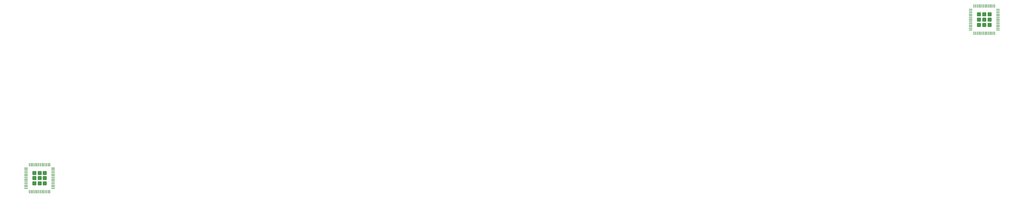
<source format=gbr>
G04 Gerber file generated by Gerbonara*
%TF.GenerationSoftware,KiCad,Pcbnew,8.0.2-1*%
%TF.CreationDate,2024-09-09T14:50:12+01:00*%
%TF.ProjectId,test_module_1,74657374-5f6d-46f6-9475-6c655f312e6b,rev?*%
%TF.SameCoordinates,Original*%
%TF.FileFunction,Paste,Top*%
%TF.FilePolarity,Positive*%
%MOMM*%
%FSLAX45Y45*%
%IPPOS*%
G75
%LPD*%
%AMCALCM10*
0 Fully substituted instance of RoundRect macro*
0 Original parameters: 0.25X-0.285X-0.285X0.285X-0.285X0.285X0.285X-0.285X0.285*
4,1,4,-0.285,-0.285,0.285,-0.285,0.285,0.285,-0.285,0.285,-0.285,-0.285,0*
1,1,0.5,-0.285,-0.285,0*
1,1,0.5,0.285,-0.285,0*
1,1,0.5,0.285,0.285,0*
1,1,0.5,-0.285,0.285,0*
20,1,0.5,-0.285,-0.285,0.285,-0.285,0*
20,1,0.5,0.285,-0.285,0.285,0.285,0*
20,1,0.5,0.285,0.285,-0.285,0.285,0*
20,1,0.5,-0.285,0.285,-0.285,-0.285,0*
%
%AMCALCM11*
0 Fully substituted instance of RoundRect macro*
0 Original parameters: 0.05X-0.35X-0.05X0.35X-0.05X0.35X0.05X-0.35X0.05*
4,1,4,-0.35,-0.05,0.35,-0.05,0.35,0.05,-0.35,0.05,-0.35,-0.05,0*
1,1,0.1,-0.35,-0.05,0*
1,1,0.1,0.35,-0.05,0*
1,1,0.1,0.35,0.05,0*
1,1,0.1,-0.35,0.05,0*
20,1,0.1,-0.35,-0.05,0.35,-0.05,0*
20,1,0.1,0.35,-0.05,0.35,0.05,0*
20,1,0.1,0.35,0.05,-0.35,0.05,0*
20,1,0.1,-0.35,0.05,-0.35,-0.05,0*
%
%AMCALCM12*
0 Fully substituted instance of RoundRect macro*
0 Original parameters: 0.05X-0.05X-0.35X0.05X-0.35X0.05X0.35X-0.05X0.35*
4,1,4,-0.05,-0.35,0.05,-0.35,0.05,0.35,-0.05,0.35,-0.05,-0.35,0*
1,1,0.1,-0.05,-0.35,0*
1,1,0.1,0.05,-0.35,0*
1,1,0.1,0.05,0.35,0*
1,1,0.1,-0.05,0.35,0*
20,1,0.1,-0.05,-0.35,0.05,-0.35,0*
20,1,0.1,0.05,-0.35,0.05,0.35,0*
20,1,0.1,0.05,0.35,-0.05,0.35,0*
20,1,0.1,-0.05,0.35,-0.05,-0.35,0*
%
%AMCALCM13*
0 Fully substituted instance of GNX91F5AA1BB783B403 macro*
0 Original parameters: 0.25X-0.285X-0.285X0.285X-0.285X0.285X0.285X-0.285X0.285*
4,1,4,-0.285,0.285,-0.285,-0.285,0.285,-0.285,0.285,0.285,-0.285,0.285,0*
1,1,0.5,-0.285,0.285,0*
1,1,0.5,-0.285,-0.285,0*
1,1,0.5,0.285,-0.285,0*
1,1,0.5,0.285,0.285,0*
20,1,0.5,-0.285,0.285,-0.285,-0.285,0*
20,1,0.5,-0.285,-0.285,0.285,-0.285,0*
20,1,0.5,0.285,-0.285,0.285,0.285,0*
20,1,0.5,0.285,0.285,-0.285,0.285,0*
%
%AMCALCM14*
0 Fully substituted instance of GNX91F5AA1BB783B403 macro*
0 Original parameters: 0.05X-0.35X-0.05X0.35X-0.05X0.35X0.05X-0.35X0.05*
4,1,4,-0.05,0.35,-0.05,-0.35,0.05,-0.35,0.05,0.35,-0.05,0.35,0*
1,1,0.1,-0.05,0.35,0*
1,1,0.1,-0.05,-0.35,0*
1,1,0.1,0.05,-0.35,0*
1,1,0.1,0.05,0.35,0*
20,1,0.1,-0.05,0.35,-0.05,-0.35,0*
20,1,0.1,-0.05,-0.35,0.05,-0.35,0*
20,1,0.1,0.05,-0.35,0.05,0.35,0*
20,1,0.1,0.05,0.35,-0.05,0.35,0*
%
%AMCALCM15*
0 Fully substituted instance of GNX91F5AA1BB783B403 macro*
0 Original parameters: 0.05X-0.05X-0.35X0.05X-0.35X0.05X0.35X-0.05X0.35*
4,1,4,-0.35,0.05,-0.35,-0.05,0.35,-0.05,0.35,0.05,-0.35,0.05,0*
1,1,0.1,-0.35,0.05,0*
1,1,0.1,-0.35,-0.05,0*
1,1,0.1,0.35,-0.05,0*
1,1,0.1,0.35,0.05,0*
20,1,0.1,-0.35,0.05,-0.35,-0.05,0*
20,1,0.1,-0.35,-0.05,0.35,-0.05,0*
20,1,0.1,0.35,-0.05,0.35,0.05,0*
20,1,0.1,0.35,0.05,-0.35,0.05,0*
%
%ADD10CALCM10*%
%ADD11CALCM11*%
%ADD12CALCM12*%
%ADD13CALCM13*%
%ADD14CALCM14*%
%ADD15CALCM15*%
D10*
X013867000Y-009834000D03*
X013867000Y-009967000D03*
X013867000Y-010100000D03*
X014000000Y-009834000D03*
X014000000Y-009967000D03*
X014000000Y-010100000D03*
X014133000Y-009834000D03*
X014133000Y-009967000D03*
X014133000Y-010100000D03*
D11*
X013655000Y-009707000D03*
X013655000Y-009747000D03*
X013655000Y-009787000D03*
X013655000Y-009827000D03*
X013655000Y-009867000D03*
X013655000Y-009907000D03*
X013655000Y-009947000D03*
X013655000Y-009987000D03*
X013655000Y-010027000D03*
X013655000Y-010067000D03*
X013655000Y-010107000D03*
X013655000Y-010147000D03*
X013655000Y-010187000D03*
X013655000Y-010227000D03*
D12*
X013740000Y-010312000D03*
X013780000Y-010312000D03*
X013820000Y-010312000D03*
X013860000Y-010312000D03*
X013900000Y-010312000D03*
X013940000Y-010312000D03*
X013980000Y-010312000D03*
X014020000Y-010312000D03*
X014060000Y-010312000D03*
X014100000Y-010312000D03*
X014140000Y-010312000D03*
X014180000Y-010312000D03*
X014220000Y-010312000D03*
X014260000Y-010312000D03*
D11*
X014345000Y-010227000D03*
X014345000Y-010187000D03*
X014345000Y-010147000D03*
X014345000Y-010107000D03*
X014345000Y-010067000D03*
X014345000Y-010027000D03*
X014345000Y-009987000D03*
X014345000Y-009947000D03*
X014345000Y-009907000D03*
X014345000Y-009867000D03*
X014345000Y-009827000D03*
X014345000Y-009787000D03*
X014345000Y-009747000D03*
X014345000Y-009707000D03*
D12*
X014260000Y-009622000D03*
X014220000Y-009622000D03*
X014180000Y-009622000D03*
X014140000Y-009622000D03*
X014100000Y-009622000D03*
X014060000Y-009622000D03*
X014020000Y-009622000D03*
X013980000Y-009622000D03*
X013940000Y-009622000D03*
X013900000Y-009622000D03*
X013860000Y-009622000D03*
X013820000Y-009622000D03*
X013780000Y-009622000D03*
X013740000Y-009622000D03*
D13*
X-009833482Y-013866513D03*
X-009966482Y-013866513D03*
X-010099482Y-013866513D03*
X-009833481Y-013999513D03*
X-009966481Y-013999513D03*
X-010099481Y-013999513D03*
X-009833481Y-014132513D03*
X-009966481Y-014132513D03*
X-010099481Y-014132513D03*
D14*
X-009706482Y-013654513D03*
X-009746482Y-013654513D03*
X-009786482Y-013654513D03*
X-009826482Y-013654513D03*
X-009866482Y-013654513D03*
X-009906482Y-013654513D03*
X-009946482Y-013654513D03*
X-009986482Y-013654513D03*
X-010026482Y-013654513D03*
X-010066482Y-013654513D03*
X-010106482Y-013654513D03*
X-010146482Y-013654513D03*
X-010186482Y-013654514D03*
X-010226482Y-013654514D03*
D15*
X-010311482Y-013739514D03*
X-010311482Y-013779514D03*
X-010311482Y-013819514D03*
X-010311482Y-013859514D03*
X-010311482Y-013899514D03*
X-010311482Y-013939514D03*
X-010311481Y-013979514D03*
X-010311481Y-014019514D03*
X-010311481Y-014059514D03*
X-010311481Y-014099514D03*
X-010311481Y-014139514D03*
X-010311481Y-014179514D03*
X-010311481Y-014219514D03*
X-010311481Y-014259514D03*
D14*
X-010226481Y-014344514D03*
X-010186481Y-014344514D03*
X-010146481Y-014344513D03*
X-010106481Y-014344513D03*
X-010066481Y-014344513D03*
X-010026481Y-014344513D03*
X-009986481Y-014344513D03*
X-009946481Y-014344513D03*
X-009906481Y-014344513D03*
X-009866481Y-014344513D03*
X-009826481Y-014344513D03*
X-009786481Y-014344513D03*
X-009746481Y-014344513D03*
X-009706481Y-014344513D03*
D15*
X-009621481Y-014259513D03*
X-009621481Y-014219513D03*
X-009621481Y-014179513D03*
X-009621481Y-014139513D03*
X-009621481Y-014099513D03*
X-009621481Y-014059513D03*
X-009621481Y-014019513D03*
X-009621481Y-013979513D03*
X-009621482Y-013939513D03*
X-009621482Y-013899513D03*
X-009621482Y-013859513D03*
X-009621482Y-013819513D03*
X-009621482Y-013779513D03*
X-009621482Y-013739513D03*
M02*
</source>
